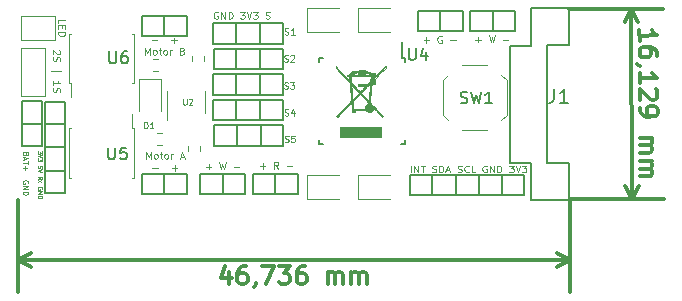
<source format=gbr>
%TF.GenerationSoftware,KiCad,Pcbnew,5.0.0*%
%TF.CreationDate,2018-09-25T19:59:15+02:00*%
%TF.ProjectId,mps_V05,6D70735F5630352E6B696361645F7063,rev?*%
%TF.SameCoordinates,Original*%
%TF.FileFunction,Legend,Top*%
%TF.FilePolarity,Positive*%
%FSLAX46Y46*%
G04 Gerber Fmt 4.6, Leading zero omitted, Abs format (unit mm)*
G04 Created by KiCad (PCBNEW 5.0.0) date Tue Sep 25 19:59:15 2018*
%MOMM*%
%LPD*%
G01*
G04 APERTURE LIST*
%ADD10C,0.100000*%
%ADD11C,0.112500*%
%ADD12C,0.070000*%
%ADD13C,0.300000*%
%ADD14C,0.120000*%
%ADD15C,0.150000*%
%ADD16C,0.010000*%
%ADD17C,0.125000*%
G04 APERTURE END LIST*
D10*
X156520171Y-138983609D02*
X156520171Y-138433609D01*
X156805885Y-138983609D02*
X156805885Y-138433609D01*
X157148742Y-138983609D01*
X157148742Y-138433609D01*
X157348742Y-138433609D02*
X157691600Y-138433609D01*
X157520171Y-138983609D02*
X157520171Y-138433609D01*
X158320171Y-138957419D02*
X158405885Y-138983609D01*
X158548742Y-138983609D01*
X158605885Y-138957419D01*
X158634457Y-138931228D01*
X158663028Y-138878847D01*
X158663028Y-138826466D01*
X158634457Y-138774085D01*
X158605885Y-138747895D01*
X158548742Y-138721704D01*
X158434457Y-138695514D01*
X158377314Y-138669323D01*
X158348742Y-138643133D01*
X158320171Y-138590752D01*
X158320171Y-138538371D01*
X158348742Y-138485990D01*
X158377314Y-138459800D01*
X158434457Y-138433609D01*
X158577314Y-138433609D01*
X158663028Y-138459800D01*
X158920171Y-138983609D02*
X158920171Y-138433609D01*
X159063028Y-138433609D01*
X159148742Y-138459800D01*
X159205885Y-138512180D01*
X159234457Y-138564561D01*
X159263028Y-138669323D01*
X159263028Y-138747895D01*
X159234457Y-138852657D01*
X159205885Y-138905038D01*
X159148742Y-138957419D01*
X159063028Y-138983609D01*
X158920171Y-138983609D01*
X159491600Y-138826466D02*
X159777314Y-138826466D01*
X159434457Y-138983609D02*
X159634457Y-138433609D01*
X159834457Y-138983609D01*
X160463028Y-138957419D02*
X160548742Y-138983609D01*
X160691600Y-138983609D01*
X160748742Y-138957419D01*
X160777314Y-138931228D01*
X160805885Y-138878847D01*
X160805885Y-138826466D01*
X160777314Y-138774085D01*
X160748742Y-138747895D01*
X160691600Y-138721704D01*
X160577314Y-138695514D01*
X160520171Y-138669323D01*
X160491600Y-138643133D01*
X160463028Y-138590752D01*
X160463028Y-138538371D01*
X160491600Y-138485990D01*
X160520171Y-138459800D01*
X160577314Y-138433609D01*
X160720171Y-138433609D01*
X160805885Y-138459800D01*
X161405885Y-138931228D02*
X161377314Y-138957419D01*
X161291600Y-138983609D01*
X161234457Y-138983609D01*
X161148742Y-138957419D01*
X161091600Y-138905038D01*
X161063028Y-138852657D01*
X161034457Y-138747895D01*
X161034457Y-138669323D01*
X161063028Y-138564561D01*
X161091600Y-138512180D01*
X161148742Y-138459800D01*
X161234457Y-138433609D01*
X161291600Y-138433609D01*
X161377314Y-138459800D01*
X161405885Y-138485990D01*
X161948742Y-138983609D02*
X161663028Y-138983609D01*
X161663028Y-138433609D01*
X162920171Y-138459800D02*
X162863028Y-138433609D01*
X162777314Y-138433609D01*
X162691600Y-138459800D01*
X162634457Y-138512180D01*
X162605885Y-138564561D01*
X162577314Y-138669323D01*
X162577314Y-138747895D01*
X162605885Y-138852657D01*
X162634457Y-138905038D01*
X162691600Y-138957419D01*
X162777314Y-138983609D01*
X162834457Y-138983609D01*
X162920171Y-138957419D01*
X162948742Y-138931228D01*
X162948742Y-138747895D01*
X162834457Y-138747895D01*
X163205885Y-138983609D02*
X163205885Y-138433609D01*
X163548742Y-138983609D01*
X163548742Y-138433609D01*
X163834457Y-138983609D02*
X163834457Y-138433609D01*
X163977314Y-138433609D01*
X164063028Y-138459800D01*
X164120171Y-138512180D01*
X164148742Y-138564561D01*
X164177314Y-138669323D01*
X164177314Y-138747895D01*
X164148742Y-138852657D01*
X164120171Y-138905038D01*
X164063028Y-138957419D01*
X163977314Y-138983609D01*
X163834457Y-138983609D01*
X164834457Y-138433609D02*
X165205885Y-138433609D01*
X165005885Y-138643133D01*
X165091600Y-138643133D01*
X165148742Y-138669323D01*
X165177314Y-138695514D01*
X165205885Y-138747895D01*
X165205885Y-138878847D01*
X165177314Y-138931228D01*
X165148742Y-138957419D01*
X165091600Y-138983609D01*
X164920171Y-138983609D01*
X164863028Y-138957419D01*
X164834457Y-138931228D01*
X165377314Y-138433609D02*
X165577314Y-138983609D01*
X165777314Y-138433609D01*
X165920171Y-138433609D02*
X166291600Y-138433609D01*
X166091600Y-138643133D01*
X166177314Y-138643133D01*
X166234457Y-138669323D01*
X166263028Y-138695514D01*
X166291600Y-138747895D01*
X166291600Y-138878847D01*
X166263028Y-138931228D01*
X166234457Y-138957419D01*
X166177314Y-138983609D01*
X166005885Y-138983609D01*
X165948742Y-138957419D01*
X165920171Y-138931228D01*
X157596057Y-127804857D02*
X158053200Y-127804857D01*
X157824628Y-128033428D02*
X157824628Y-127576285D01*
X159110342Y-127462000D02*
X159053200Y-127433428D01*
X158967485Y-127433428D01*
X158881771Y-127462000D01*
X158824628Y-127519142D01*
X158796057Y-127576285D01*
X158767485Y-127690571D01*
X158767485Y-127776285D01*
X158796057Y-127890571D01*
X158824628Y-127947714D01*
X158881771Y-128004857D01*
X158967485Y-128033428D01*
X159024628Y-128033428D01*
X159110342Y-128004857D01*
X159138914Y-127976285D01*
X159138914Y-127776285D01*
X159024628Y-127776285D01*
X159853200Y-127804857D02*
X160310342Y-127804857D01*
X161972800Y-127754057D02*
X162429942Y-127754057D01*
X162201371Y-127982628D02*
X162201371Y-127525485D01*
X163115657Y-127382628D02*
X163258514Y-127982628D01*
X163372800Y-127554057D01*
X163487085Y-127982628D01*
X163629942Y-127382628D01*
X164315657Y-127754057D02*
X164772800Y-127754057D01*
X143727657Y-138472857D02*
X144184800Y-138472857D01*
X143956228Y-138701428D02*
X143956228Y-138244285D01*
X145270514Y-138701428D02*
X145070514Y-138415714D01*
X144927657Y-138701428D02*
X144927657Y-138101428D01*
X145156228Y-138101428D01*
X145213371Y-138130000D01*
X145241942Y-138158571D01*
X145270514Y-138215714D01*
X145270514Y-138301428D01*
X145241942Y-138358571D01*
X145213371Y-138387142D01*
X145156228Y-138415714D01*
X144927657Y-138415714D01*
X145984800Y-138472857D02*
X146441942Y-138472857D01*
X139163600Y-138523657D02*
X139620742Y-138523657D01*
X139392171Y-138752228D02*
X139392171Y-138295085D01*
X140306457Y-138152228D02*
X140449314Y-138752228D01*
X140563600Y-138323657D01*
X140677885Y-138752228D01*
X140820742Y-138152228D01*
X141506457Y-138523657D02*
X141963600Y-138523657D01*
X145854472Y-136407259D02*
X145933043Y-136433449D01*
X146063996Y-136433449D01*
X146116377Y-136407259D01*
X146142567Y-136381068D01*
X146168758Y-136328687D01*
X146168758Y-136276306D01*
X146142567Y-136223925D01*
X146116377Y-136197735D01*
X146063996Y-136171544D01*
X145959234Y-136145354D01*
X145906853Y-136119163D01*
X145880662Y-136092973D01*
X145854472Y-136040592D01*
X145854472Y-135988211D01*
X145880662Y-135935830D01*
X145906853Y-135909640D01*
X145959234Y-135883449D01*
X146090186Y-135883449D01*
X146168758Y-135909640D01*
X146666377Y-135883449D02*
X146404472Y-135883449D01*
X146378281Y-136145354D01*
X146404472Y-136119163D01*
X146456853Y-136092973D01*
X146587805Y-136092973D01*
X146640186Y-136119163D01*
X146666377Y-136145354D01*
X146692567Y-136197735D01*
X146692567Y-136328687D01*
X146666377Y-136381068D01*
X146640186Y-136407259D01*
X146587805Y-136433449D01*
X146456853Y-136433449D01*
X146404472Y-136407259D01*
X146378281Y-136381068D01*
X145839232Y-134166979D02*
X145917803Y-134193169D01*
X146048756Y-134193169D01*
X146101137Y-134166979D01*
X146127327Y-134140788D01*
X146153518Y-134088407D01*
X146153518Y-134036026D01*
X146127327Y-133983645D01*
X146101137Y-133957455D01*
X146048756Y-133931264D01*
X145943994Y-133905074D01*
X145891613Y-133878883D01*
X145865422Y-133852693D01*
X145839232Y-133800312D01*
X145839232Y-133747931D01*
X145865422Y-133695550D01*
X145891613Y-133669360D01*
X145943994Y-133643169D01*
X146074946Y-133643169D01*
X146153518Y-133669360D01*
X146624946Y-133826502D02*
X146624946Y-134193169D01*
X146493994Y-133616979D02*
X146363041Y-134009836D01*
X146703518Y-134009836D01*
X145793512Y-131896219D02*
X145872083Y-131922409D01*
X146003036Y-131922409D01*
X146055417Y-131896219D01*
X146081607Y-131870028D01*
X146107798Y-131817647D01*
X146107798Y-131765266D01*
X146081607Y-131712885D01*
X146055417Y-131686695D01*
X146003036Y-131660504D01*
X145898274Y-131634314D01*
X145845893Y-131608123D01*
X145819702Y-131581933D01*
X145793512Y-131529552D01*
X145793512Y-131477171D01*
X145819702Y-131424790D01*
X145845893Y-131398600D01*
X145898274Y-131372409D01*
X146029226Y-131372409D01*
X146107798Y-131398600D01*
X146291131Y-131372409D02*
X146631607Y-131372409D01*
X146448274Y-131581933D01*
X146526845Y-131581933D01*
X146579226Y-131608123D01*
X146605417Y-131634314D01*
X146631607Y-131686695D01*
X146631607Y-131817647D01*
X146605417Y-131870028D01*
X146579226Y-131896219D01*
X146526845Y-131922409D01*
X146369702Y-131922409D01*
X146317321Y-131896219D01*
X146291131Y-131870028D01*
X145793512Y-129600059D02*
X145872083Y-129626249D01*
X146003036Y-129626249D01*
X146055417Y-129600059D01*
X146081607Y-129573868D01*
X146107798Y-129521487D01*
X146107798Y-129469106D01*
X146081607Y-129416725D01*
X146055417Y-129390535D01*
X146003036Y-129364344D01*
X145898274Y-129338154D01*
X145845893Y-129311963D01*
X145819702Y-129285773D01*
X145793512Y-129233392D01*
X145793512Y-129181011D01*
X145819702Y-129128630D01*
X145845893Y-129102440D01*
X145898274Y-129076249D01*
X146029226Y-129076249D01*
X146107798Y-129102440D01*
X146317321Y-129128630D02*
X146343512Y-129102440D01*
X146395893Y-129076249D01*
X146526845Y-129076249D01*
X146579226Y-129102440D01*
X146605417Y-129128630D01*
X146631607Y-129181011D01*
X146631607Y-129233392D01*
X146605417Y-129311963D01*
X146291131Y-129626249D01*
X146631607Y-129626249D01*
X145839232Y-127314059D02*
X145917803Y-127340249D01*
X146048756Y-127340249D01*
X146101137Y-127314059D01*
X146127327Y-127287868D01*
X146153518Y-127235487D01*
X146153518Y-127183106D01*
X146127327Y-127130725D01*
X146101137Y-127104535D01*
X146048756Y-127078344D01*
X145943994Y-127052154D01*
X145891613Y-127025963D01*
X145865422Y-126999773D01*
X145839232Y-126947392D01*
X145839232Y-126895011D01*
X145865422Y-126842630D01*
X145891613Y-126816440D01*
X145943994Y-126790249D01*
X146074946Y-126790249D01*
X146153518Y-126816440D01*
X146677327Y-127340249D02*
X146363041Y-127340249D01*
X146520184Y-127340249D02*
X146520184Y-126790249D01*
X146467803Y-126868820D01*
X146415422Y-126921201D01*
X146363041Y-126947392D01*
X140160628Y-125455000D02*
X140103485Y-125428809D01*
X140017771Y-125428809D01*
X139932057Y-125455000D01*
X139874914Y-125507380D01*
X139846342Y-125559761D01*
X139817771Y-125664523D01*
X139817771Y-125743095D01*
X139846342Y-125847857D01*
X139874914Y-125900238D01*
X139932057Y-125952619D01*
X140017771Y-125978809D01*
X140074914Y-125978809D01*
X140160628Y-125952619D01*
X140189200Y-125926428D01*
X140189200Y-125743095D01*
X140074914Y-125743095D01*
X140446342Y-125978809D02*
X140446342Y-125428809D01*
X140789200Y-125978809D01*
X140789200Y-125428809D01*
X141074914Y-125978809D02*
X141074914Y-125428809D01*
X141217771Y-125428809D01*
X141303485Y-125455000D01*
X141360628Y-125507380D01*
X141389200Y-125559761D01*
X141417771Y-125664523D01*
X141417771Y-125743095D01*
X141389200Y-125847857D01*
X141360628Y-125900238D01*
X141303485Y-125952619D01*
X141217771Y-125978809D01*
X141074914Y-125978809D01*
X142074914Y-125428809D02*
X142446342Y-125428809D01*
X142246342Y-125638333D01*
X142332057Y-125638333D01*
X142389200Y-125664523D01*
X142417771Y-125690714D01*
X142446342Y-125743095D01*
X142446342Y-125874047D01*
X142417771Y-125926428D01*
X142389200Y-125952619D01*
X142332057Y-125978809D01*
X142160628Y-125978809D01*
X142103485Y-125952619D01*
X142074914Y-125926428D01*
X142617771Y-125428809D02*
X142817771Y-125978809D01*
X143017771Y-125428809D01*
X143160628Y-125428809D02*
X143532057Y-125428809D01*
X143332057Y-125638333D01*
X143417771Y-125638333D01*
X143474914Y-125664523D01*
X143503485Y-125690714D01*
X143532057Y-125743095D01*
X143532057Y-125874047D01*
X143503485Y-125926428D01*
X143474914Y-125952619D01*
X143417771Y-125978809D01*
X143246342Y-125978809D01*
X143189200Y-125952619D01*
X143160628Y-125926428D01*
X144217771Y-125952619D02*
X144303485Y-125978809D01*
X144446342Y-125978809D01*
X144503485Y-125952619D01*
X144532057Y-125926428D01*
X144560628Y-125874047D01*
X144560628Y-125821666D01*
X144532057Y-125769285D01*
X144503485Y-125743095D01*
X144446342Y-125716904D01*
X144332057Y-125690714D01*
X144274914Y-125664523D01*
X144246342Y-125638333D01*
X144217771Y-125585952D01*
X144217771Y-125533571D01*
X144246342Y-125481190D01*
X144274914Y-125455000D01*
X144332057Y-125428809D01*
X144474914Y-125428809D01*
X144560628Y-125455000D01*
D11*
X123897782Y-137430794D02*
X123876354Y-137495080D01*
X123854925Y-137516508D01*
X123812068Y-137537937D01*
X123747782Y-137537937D01*
X123704925Y-137516508D01*
X123683497Y-137495080D01*
X123662068Y-137452222D01*
X123662068Y-137280794D01*
X124112068Y-137280794D01*
X124112068Y-137430794D01*
X124090640Y-137473651D01*
X124069211Y-137495080D01*
X124026354Y-137516508D01*
X123983497Y-137516508D01*
X123940640Y-137495080D01*
X123919211Y-137473651D01*
X123897782Y-137430794D01*
X123897782Y-137280794D01*
X123790640Y-137709365D02*
X123790640Y-137923651D01*
X123662068Y-137666508D02*
X124112068Y-137816508D01*
X123662068Y-137966508D01*
X124112068Y-138052222D02*
X124112068Y-138309365D01*
X123662068Y-138180794D02*
X124112068Y-138180794D01*
X123833497Y-138459365D02*
X123833497Y-138802222D01*
X123662068Y-138630794D02*
X124004925Y-138630794D01*
X124090640Y-139937937D02*
X124112068Y-139895080D01*
X124112068Y-139830794D01*
X124090640Y-139766508D01*
X124047782Y-139723651D01*
X124004925Y-139702222D01*
X123919211Y-139680794D01*
X123854925Y-139680794D01*
X123769211Y-139702222D01*
X123726354Y-139723651D01*
X123683497Y-139766508D01*
X123662068Y-139830794D01*
X123662068Y-139873651D01*
X123683497Y-139937937D01*
X123704925Y-139959365D01*
X123854925Y-139959365D01*
X123854925Y-139873651D01*
X123662068Y-140152222D02*
X124112068Y-140152222D01*
X123662068Y-140409365D01*
X124112068Y-140409365D01*
X123662068Y-140623651D02*
X124112068Y-140623651D01*
X124112068Y-140730794D01*
X124090640Y-140795080D01*
X124047782Y-140837937D01*
X124004925Y-140859365D01*
X123919211Y-140880794D01*
X123854925Y-140880794D01*
X123769211Y-140859365D01*
X123726354Y-140837937D01*
X123683497Y-140795080D01*
X123662068Y-140730794D01*
X123662068Y-140623651D01*
D12*
X125303887Y-137189460D02*
X125303887Y-137406126D01*
X125151506Y-137289460D01*
X125151506Y-137339460D01*
X125132459Y-137372793D01*
X125113411Y-137389460D01*
X125075316Y-137406126D01*
X124980078Y-137406126D01*
X124941982Y-137389460D01*
X124922935Y-137372793D01*
X124903887Y-137339460D01*
X124903887Y-137239460D01*
X124922935Y-137206126D01*
X124941982Y-137189460D01*
X125303887Y-137506126D02*
X124903887Y-137622793D01*
X125303887Y-137739460D01*
X125303887Y-137822793D02*
X125303887Y-138039460D01*
X125151506Y-137922793D01*
X125151506Y-137972793D01*
X125132459Y-138006126D01*
X125113411Y-138022793D01*
X125075316Y-138039460D01*
X124980078Y-138039460D01*
X124941982Y-138022793D01*
X124922935Y-138006126D01*
X124903887Y-137972793D01*
X124903887Y-137872793D01*
X124922935Y-137839460D01*
X124941982Y-137822793D01*
X125303887Y-138622793D02*
X125303887Y-138456126D01*
X125113411Y-138439460D01*
X125132459Y-138456126D01*
X125151506Y-138489460D01*
X125151506Y-138572793D01*
X125132459Y-138606126D01*
X125113411Y-138622793D01*
X125075316Y-138639460D01*
X124980078Y-138639460D01*
X124941982Y-138622793D01*
X124922935Y-138606126D01*
X124903887Y-138572793D01*
X124903887Y-138489460D01*
X124922935Y-138456126D01*
X124941982Y-138439460D01*
X125303887Y-138739460D02*
X124903887Y-138856126D01*
X125303887Y-138972793D01*
X124903887Y-139556126D02*
X125094363Y-139439460D01*
X124903887Y-139356126D02*
X125303887Y-139356126D01*
X125303887Y-139489460D01*
X125284840Y-139522793D01*
X125265792Y-139539460D01*
X125227697Y-139556126D01*
X125170554Y-139556126D01*
X125132459Y-139539460D01*
X125113411Y-139522793D01*
X125094363Y-139489460D01*
X125094363Y-139356126D01*
X124903887Y-139672793D02*
X125170554Y-139856126D01*
X125170554Y-139672793D02*
X124903887Y-139856126D01*
X125284840Y-140439460D02*
X125303887Y-140406126D01*
X125303887Y-140356126D01*
X125284840Y-140306126D01*
X125246744Y-140272793D01*
X125208649Y-140256126D01*
X125132459Y-140239460D01*
X125075316Y-140239460D01*
X124999125Y-140256126D01*
X124961030Y-140272793D01*
X124922935Y-140306126D01*
X124903887Y-140356126D01*
X124903887Y-140389460D01*
X124922935Y-140439460D01*
X124941982Y-140456126D01*
X125075316Y-140456126D01*
X125075316Y-140389460D01*
X124903887Y-140606126D02*
X125303887Y-140606126D01*
X124903887Y-140806126D01*
X125303887Y-140806126D01*
X124903887Y-140972793D02*
X125303887Y-140972793D01*
X125303887Y-141056126D01*
X125284840Y-141106126D01*
X125246744Y-141139460D01*
X125208649Y-141156126D01*
X125132459Y-141172793D01*
X125075316Y-141172793D01*
X124999125Y-141156126D01*
X124961030Y-141139460D01*
X124922935Y-141106126D01*
X124903887Y-141056126D01*
X124903887Y-140972793D01*
D10*
X126665071Y-126360285D02*
X126665071Y-126074571D01*
X127265071Y-126074571D01*
X126979357Y-126560285D02*
X126979357Y-126760285D01*
X126665071Y-126846000D02*
X126665071Y-126560285D01*
X127265071Y-126560285D01*
X127265071Y-126846000D01*
X126665071Y-127103142D02*
X127265071Y-127103142D01*
X127265071Y-127246000D01*
X127236500Y-127331714D01*
X127179357Y-127388857D01*
X127122214Y-127417428D01*
X127007928Y-127446000D01*
X126922214Y-127446000D01*
X126807928Y-127417428D01*
X126750785Y-127388857D01*
X126693642Y-127331714D01*
X126665071Y-127246000D01*
X126665071Y-127103142D01*
X126763428Y-128657571D02*
X126792000Y-128686142D01*
X126820571Y-128743285D01*
X126820571Y-128886142D01*
X126792000Y-128943285D01*
X126763428Y-128971857D01*
X126706285Y-129000428D01*
X126649142Y-129000428D01*
X126563428Y-128971857D01*
X126220571Y-128629000D01*
X126220571Y-129000428D01*
X126249142Y-129229000D02*
X126220571Y-129314714D01*
X126220571Y-129457571D01*
X126249142Y-129514714D01*
X126277714Y-129543285D01*
X126334857Y-129571857D01*
X126392000Y-129571857D01*
X126449142Y-129543285D01*
X126477714Y-129514714D01*
X126506285Y-129457571D01*
X126534857Y-129343285D01*
X126563428Y-129286142D01*
X126592000Y-129257571D01*
X126649142Y-129229000D01*
X126706285Y-129229000D01*
X126763428Y-129257571D01*
X126792000Y-129286142D01*
X126820571Y-129343285D01*
X126820571Y-129486142D01*
X126792000Y-129571857D01*
X126020571Y-130429000D02*
X126877714Y-130429000D01*
X126220571Y-131629000D02*
X126220571Y-131286142D01*
X126220571Y-131457571D02*
X126820571Y-131457571D01*
X126734857Y-131400428D01*
X126677714Y-131343285D01*
X126649142Y-131286142D01*
X126249142Y-131857571D02*
X126220571Y-131943285D01*
X126220571Y-132086142D01*
X126249142Y-132143285D01*
X126277714Y-132171857D01*
X126334857Y-132200428D01*
X126392000Y-132200428D01*
X126449142Y-132171857D01*
X126477714Y-132143285D01*
X126506285Y-132086142D01*
X126534857Y-131971857D01*
X126563428Y-131914714D01*
X126592000Y-131886142D01*
X126649142Y-131857571D01*
X126706285Y-131857571D01*
X126763428Y-131886142D01*
X126792000Y-131914714D01*
X126820571Y-131971857D01*
X126820571Y-132114714D01*
X126792000Y-132200428D01*
X134578857Y-127812857D02*
X135036000Y-127812857D01*
X136236000Y-127812857D02*
X136693142Y-127812857D01*
X136464571Y-128041428D02*
X136464571Y-127584285D01*
X134007428Y-129041428D02*
X134007428Y-128441428D01*
X134207428Y-128870000D01*
X134407428Y-128441428D01*
X134407428Y-129041428D01*
X134778857Y-129041428D02*
X134721714Y-129012857D01*
X134693142Y-128984285D01*
X134664571Y-128927142D01*
X134664571Y-128755714D01*
X134693142Y-128698571D01*
X134721714Y-128670000D01*
X134778857Y-128641428D01*
X134864571Y-128641428D01*
X134921714Y-128670000D01*
X134950285Y-128698571D01*
X134978857Y-128755714D01*
X134978857Y-128927142D01*
X134950285Y-128984285D01*
X134921714Y-129012857D01*
X134864571Y-129041428D01*
X134778857Y-129041428D01*
X135150285Y-128641428D02*
X135378857Y-128641428D01*
X135236000Y-128441428D02*
X135236000Y-128955714D01*
X135264571Y-129012857D01*
X135321714Y-129041428D01*
X135378857Y-129041428D01*
X135664571Y-129041428D02*
X135607428Y-129012857D01*
X135578857Y-128984285D01*
X135550285Y-128927142D01*
X135550285Y-128755714D01*
X135578857Y-128698571D01*
X135607428Y-128670000D01*
X135664571Y-128641428D01*
X135750285Y-128641428D01*
X135807428Y-128670000D01*
X135836000Y-128698571D01*
X135864571Y-128755714D01*
X135864571Y-128927142D01*
X135836000Y-128984285D01*
X135807428Y-129012857D01*
X135750285Y-129041428D01*
X135664571Y-129041428D01*
X136121714Y-129041428D02*
X136121714Y-128641428D01*
X136121714Y-128755714D02*
X136150285Y-128698571D01*
X136178857Y-128670000D01*
X136236000Y-128641428D01*
X136293142Y-128641428D01*
X137150285Y-128727142D02*
X137236000Y-128755714D01*
X137264571Y-128784285D01*
X137293142Y-128841428D01*
X137293142Y-128927142D01*
X137264571Y-128984285D01*
X137236000Y-129012857D01*
X137178857Y-129041428D01*
X136950285Y-129041428D01*
X136950285Y-128441428D01*
X137150285Y-128441428D01*
X137207428Y-128470000D01*
X137236000Y-128498571D01*
X137264571Y-128555714D01*
X137264571Y-128612857D01*
X137236000Y-128670000D01*
X137207428Y-128698571D01*
X137150285Y-128727142D01*
X136950285Y-128727142D01*
X134101085Y-137845828D02*
X134101085Y-137245828D01*
X134301085Y-137674400D01*
X134501085Y-137245828D01*
X134501085Y-137845828D01*
X134872514Y-137845828D02*
X134815371Y-137817257D01*
X134786800Y-137788685D01*
X134758228Y-137731542D01*
X134758228Y-137560114D01*
X134786800Y-137502971D01*
X134815371Y-137474400D01*
X134872514Y-137445828D01*
X134958228Y-137445828D01*
X135015371Y-137474400D01*
X135043942Y-137502971D01*
X135072514Y-137560114D01*
X135072514Y-137731542D01*
X135043942Y-137788685D01*
X135015371Y-137817257D01*
X134958228Y-137845828D01*
X134872514Y-137845828D01*
X135243942Y-137445828D02*
X135472514Y-137445828D01*
X135329657Y-137245828D02*
X135329657Y-137760114D01*
X135358228Y-137817257D01*
X135415371Y-137845828D01*
X135472514Y-137845828D01*
X135758228Y-137845828D02*
X135701085Y-137817257D01*
X135672514Y-137788685D01*
X135643942Y-137731542D01*
X135643942Y-137560114D01*
X135672514Y-137502971D01*
X135701085Y-137474400D01*
X135758228Y-137445828D01*
X135843942Y-137445828D01*
X135901085Y-137474400D01*
X135929657Y-137502971D01*
X135958228Y-137560114D01*
X135958228Y-137731542D01*
X135929657Y-137788685D01*
X135901085Y-137817257D01*
X135843942Y-137845828D01*
X135758228Y-137845828D01*
X136215371Y-137845828D02*
X136215371Y-137445828D01*
X136215371Y-137560114D02*
X136243942Y-137502971D01*
X136272514Y-137474400D01*
X136329657Y-137445828D01*
X136386800Y-137445828D01*
X137015371Y-137674400D02*
X137301085Y-137674400D01*
X136958228Y-137845828D02*
X137158228Y-137245828D01*
X137358228Y-137845828D01*
X134629657Y-138617257D02*
X135086800Y-138617257D01*
X136286800Y-138617257D02*
X136743942Y-138617257D01*
X136515371Y-138845828D02*
X136515371Y-138388685D01*
D13*
X175875249Y-127842518D02*
X175871875Y-126985381D01*
X175873562Y-127413950D02*
X177373550Y-127408044D01*
X177158704Y-127266032D01*
X177015286Y-127123738D01*
X176943295Y-126981163D01*
X177380300Y-129122317D02*
X177379175Y-128836604D01*
X177307184Y-128694030D01*
X177235475Y-128622883D01*
X177020629Y-128480870D01*
X176734635Y-128410567D01*
X176163211Y-128412817D01*
X176020636Y-128484807D01*
X175949490Y-128556517D01*
X175878624Y-128699654D01*
X175879749Y-128985366D01*
X175951739Y-129127941D01*
X176023448Y-129199088D01*
X176166586Y-129269953D01*
X176523726Y-129268547D01*
X176666301Y-129196557D01*
X176737447Y-129124847D01*
X176808313Y-128981710D01*
X176807188Y-128695998D01*
X176735198Y-128553423D01*
X176663488Y-128482277D01*
X176520351Y-128411411D01*
X175955114Y-129985077D02*
X175883686Y-129985358D01*
X175740549Y-129914493D01*
X175668839Y-129843346D01*
X175889310Y-131413919D02*
X175885935Y-130556782D01*
X175887623Y-130985350D02*
X177387611Y-130979445D01*
X177172765Y-130837433D01*
X177029346Y-130695139D01*
X176957356Y-130552564D01*
X177248692Y-131980000D02*
X177320401Y-132051146D01*
X177392392Y-132193721D01*
X177393798Y-132550861D01*
X177322932Y-132693999D01*
X177251785Y-132765708D01*
X177109211Y-132837698D01*
X176966355Y-132838261D01*
X176751789Y-132767676D01*
X175891279Y-131913915D01*
X175894934Y-132842479D01*
X175897746Y-133556759D02*
X175898871Y-133842471D01*
X175970862Y-133985046D01*
X176042571Y-134056193D01*
X176257417Y-134198205D01*
X176543411Y-134268508D01*
X177114835Y-134266259D01*
X177257410Y-134194268D01*
X177328556Y-134122559D01*
X177399422Y-133979422D01*
X177398297Y-133693710D01*
X177326307Y-133551135D01*
X177254598Y-133479988D01*
X177111460Y-133409122D01*
X176754320Y-133410529D01*
X176611745Y-133482519D01*
X176540599Y-133554228D01*
X176469733Y-133697365D01*
X176470858Y-133983078D01*
X176542848Y-134125652D01*
X176614557Y-134196799D01*
X176757695Y-134267665D01*
X175907589Y-136056740D02*
X176907581Y-136052803D01*
X176764725Y-136053365D02*
X176836434Y-136124512D01*
X176908425Y-136267087D01*
X176909268Y-136481371D01*
X176838403Y-136624508D01*
X176695828Y-136696499D01*
X175910120Y-136699592D01*
X176695828Y-136696499D02*
X176838965Y-136767364D01*
X176910956Y-136909939D01*
X176911799Y-137124223D01*
X176840934Y-137267360D01*
X176698359Y-137339351D01*
X175912651Y-137342444D01*
X175915463Y-138056724D02*
X176915455Y-138052787D01*
X176772599Y-138053350D02*
X176844308Y-138124496D01*
X176916299Y-138267071D01*
X176917142Y-138481355D01*
X176846277Y-138624493D01*
X176703702Y-138696483D01*
X175917994Y-138699576D01*
X176703702Y-138696483D02*
X176846839Y-138767349D01*
X176918830Y-138909923D01*
X176919673Y-139124208D01*
X176848808Y-139267345D01*
X176706233Y-139339335D01*
X175920525Y-139342429D01*
X175256668Y-141266763D02*
X175193168Y-125137763D01*
X169989500Y-141287500D02*
X177956647Y-141256133D01*
X169926000Y-125158500D02*
X177893147Y-125127133D01*
X175193168Y-125137763D02*
X175784019Y-126261949D01*
X175193168Y-125137763D02*
X174611187Y-126266567D01*
X175256668Y-141266763D02*
X175838649Y-140137959D01*
X175256668Y-141266763D02*
X174665817Y-140142577D01*
X141121500Y-147459571D02*
X141121500Y-148459571D01*
X140764357Y-146888142D02*
X140407214Y-147959571D01*
X141335785Y-147959571D01*
X142550071Y-146959571D02*
X142264357Y-146959571D01*
X142121500Y-147031000D01*
X142050071Y-147102428D01*
X141907214Y-147316714D01*
X141835785Y-147602428D01*
X141835785Y-148173857D01*
X141907214Y-148316714D01*
X141978642Y-148388142D01*
X142121500Y-148459571D01*
X142407214Y-148459571D01*
X142550071Y-148388142D01*
X142621500Y-148316714D01*
X142692928Y-148173857D01*
X142692928Y-147816714D01*
X142621500Y-147673857D01*
X142550071Y-147602428D01*
X142407214Y-147531000D01*
X142121500Y-147531000D01*
X141978642Y-147602428D01*
X141907214Y-147673857D01*
X141835785Y-147816714D01*
X143407214Y-148388142D02*
X143407214Y-148459571D01*
X143335785Y-148602428D01*
X143264357Y-148673857D01*
X143907214Y-146959571D02*
X144907214Y-146959571D01*
X144264357Y-148459571D01*
X145335785Y-146959571D02*
X146264357Y-146959571D01*
X145764357Y-147531000D01*
X145978642Y-147531000D01*
X146121500Y-147602428D01*
X146192928Y-147673857D01*
X146264357Y-147816714D01*
X146264357Y-148173857D01*
X146192928Y-148316714D01*
X146121500Y-148388142D01*
X145978642Y-148459571D01*
X145550071Y-148459571D01*
X145407214Y-148388142D01*
X145335785Y-148316714D01*
X147550071Y-146959571D02*
X147264357Y-146959571D01*
X147121500Y-147031000D01*
X147050071Y-147102428D01*
X146907214Y-147316714D01*
X146835785Y-147602428D01*
X146835785Y-148173857D01*
X146907214Y-148316714D01*
X146978642Y-148388142D01*
X147121500Y-148459571D01*
X147407214Y-148459571D01*
X147550071Y-148388142D01*
X147621500Y-148316714D01*
X147692928Y-148173857D01*
X147692928Y-147816714D01*
X147621500Y-147673857D01*
X147550071Y-147602428D01*
X147407214Y-147531000D01*
X147121500Y-147531000D01*
X146978642Y-147602428D01*
X146907214Y-147673857D01*
X146835785Y-147816714D01*
X149478642Y-148459571D02*
X149478642Y-147459571D01*
X149478642Y-147602428D02*
X149550071Y-147531000D01*
X149692928Y-147459571D01*
X149907214Y-147459571D01*
X150050071Y-147531000D01*
X150121500Y-147673857D01*
X150121500Y-148459571D01*
X150121500Y-147673857D02*
X150192928Y-147531000D01*
X150335785Y-147459571D01*
X150550071Y-147459571D01*
X150692928Y-147531000D01*
X150764357Y-147673857D01*
X150764357Y-148459571D01*
X151478642Y-148459571D02*
X151478642Y-147459571D01*
X151478642Y-147602428D02*
X151550071Y-147531000D01*
X151692928Y-147459571D01*
X151907214Y-147459571D01*
X152050071Y-147531000D01*
X152121500Y-147673857D01*
X152121500Y-148459571D01*
X152121500Y-147673857D02*
X152192928Y-147531000D01*
X152335785Y-147459571D01*
X152550071Y-147459571D01*
X152692928Y-147531000D01*
X152764357Y-147673857D01*
X152764357Y-148459571D01*
X169989500Y-146431000D02*
X123253500Y-146431000D01*
X169989500Y-141351000D02*
X169989500Y-149131000D01*
X123253500Y-141351000D02*
X123253500Y-149131000D01*
X123253500Y-146431000D02*
X124380004Y-145844579D01*
X123253500Y-146431000D02*
X124380004Y-147017421D01*
X169989500Y-146431000D02*
X168862996Y-145844579D01*
X169989500Y-146431000D02*
X168862996Y-147017421D01*
D14*
X123511000Y-128455000D02*
X125511000Y-128455000D01*
X123511000Y-132555000D02*
X123511000Y-128455000D01*
X125511000Y-132555000D02*
X123511000Y-132555000D01*
X125511000Y-128455000D02*
X125511000Y-132555000D01*
D15*
X164897000Y-138238000D02*
X164897000Y-128338000D01*
X168047000Y-138238000D02*
X168047000Y-128188000D01*
X168047000Y-138238000D02*
X169922000Y-138238000D01*
X168047000Y-128188000D02*
X169922000Y-128188000D01*
X169922000Y-138238000D02*
X169922000Y-141338000D01*
X169922000Y-128188000D02*
X169922000Y-125088000D01*
X169922000Y-141338000D02*
X166672000Y-141338000D01*
X169922000Y-125088000D02*
X166672000Y-125088000D01*
X166672000Y-141338000D02*
X166672000Y-138238000D01*
X166672000Y-125088000D02*
X166672000Y-128218000D01*
X166672000Y-138238000D02*
X164897000Y-138238000D01*
X166672000Y-128268000D02*
X164897000Y-128268000D01*
D14*
X139042000Y-129117000D02*
X139042000Y-129557000D01*
X138022000Y-129117000D02*
X138022000Y-129557000D01*
X135094000Y-130406000D02*
X134654000Y-130406000D01*
X135094000Y-129386000D02*
X134654000Y-129386000D01*
X154746000Y-125101000D02*
X152046000Y-125101000D01*
X152046000Y-125101000D02*
X152046000Y-127121000D01*
X152046000Y-127121000D02*
X154746000Y-127121000D01*
X154746000Y-139249000D02*
X152046000Y-139249000D01*
X152046000Y-139249000D02*
X152046000Y-141269000D01*
X152046000Y-141269000D02*
X154746000Y-141269000D01*
X150403000Y-139249000D02*
X147703000Y-139249000D01*
X147703000Y-139249000D02*
X147703000Y-141269000D01*
X147703000Y-141269000D02*
X150403000Y-141269000D01*
X150403000Y-125101000D02*
X147703000Y-125101000D01*
X147703000Y-125101000D02*
X147703000Y-127121000D01*
X147703000Y-127121000D02*
X150403000Y-127121000D01*
X126343000Y-125797000D02*
X126343000Y-127797000D01*
X123543000Y-125797000D02*
X126343000Y-125797000D01*
X123543000Y-127797000D02*
X123543000Y-125797000D01*
X126343000Y-127797000D02*
X123543000Y-127797000D01*
X138686000Y-136748000D02*
X138686000Y-137188000D01*
X137666000Y-136748000D02*
X137666000Y-137188000D01*
X135010000Y-135685000D02*
X135450000Y-135685000D01*
X135010000Y-136705000D02*
X135450000Y-136705000D01*
X133057000Y-139447000D02*
X133057000Y-135247000D01*
X127597000Y-139447000D02*
X127597000Y-135247000D01*
X127767000Y-139447000D02*
X127597000Y-139447000D01*
X127757000Y-135247000D02*
X127587000Y-135247000D01*
X133057000Y-139447000D02*
X132887000Y-139447000D01*
X133057000Y-135247000D02*
X132887000Y-135247000D01*
X132887000Y-135247000D02*
X132887000Y-134057000D01*
X127572000Y-127262000D02*
X127572000Y-131462000D01*
X133032000Y-127262000D02*
X133032000Y-131462000D01*
X132862000Y-127262000D02*
X133032000Y-127262000D01*
X132872000Y-131462000D02*
X133042000Y-131462000D01*
X127572000Y-127262000D02*
X127742000Y-127262000D01*
X127572000Y-131462000D02*
X127742000Y-131462000D01*
X127742000Y-131462000D02*
X127742000Y-132652000D01*
X160885000Y-129944000D02*
X162965000Y-129944000D01*
X164645000Y-134114000D02*
X164155000Y-134604000D01*
X160885000Y-135384000D02*
X162965000Y-135384000D01*
X164645000Y-131214000D02*
X164155000Y-130724000D01*
X164645000Y-131214000D02*
X164645000Y-134114000D01*
X159205000Y-131214000D02*
X159695000Y-130724000D01*
X159205000Y-131214000D02*
X159205000Y-134114000D01*
X159205000Y-134114000D02*
X159695000Y-134604000D01*
D15*
X156025000Y-129344000D02*
X155800000Y-129344000D01*
X156025000Y-136594000D02*
X155700000Y-136594000D01*
X148775000Y-136594000D02*
X149100000Y-136594000D01*
X148775000Y-129344000D02*
X149100000Y-129344000D01*
X156025000Y-129344000D02*
X156025000Y-129669000D01*
X148775000Y-129344000D02*
X148775000Y-129669000D01*
X148775000Y-136594000D02*
X148775000Y-136269000D01*
X156025000Y-136594000D02*
X156025000Y-136269000D01*
X155800000Y-129344000D02*
X155800000Y-127919000D01*
X125304000Y-132969000D02*
X125304000Y-136769000D01*
X123604000Y-136779000D02*
X125304000Y-136779000D01*
X123610000Y-132969000D02*
X123610000Y-136769000D01*
X125304000Y-132969000D02*
X123604000Y-132969000D01*
X125260000Y-134874000D02*
X123610000Y-134874000D01*
X123610000Y-134874000D02*
X125260000Y-134874000D01*
X160909000Y-127049000D02*
X157109000Y-127049000D01*
X157099000Y-125349000D02*
X157099000Y-127049000D01*
X160909000Y-125355000D02*
X157109000Y-125355000D01*
X160909000Y-127049000D02*
X160909000Y-125349000D01*
X159004000Y-127005000D02*
X159004000Y-125355000D01*
X159004000Y-125355000D02*
X159004000Y-127005000D01*
X145034000Y-139104000D02*
X145034000Y-140754000D01*
X145034000Y-140754000D02*
X145034000Y-139104000D01*
X146939000Y-140798000D02*
X146939000Y-139098000D01*
X146939000Y-139104000D02*
X143139000Y-139104000D01*
X143129000Y-139098000D02*
X143129000Y-140798000D01*
X146939000Y-140798000D02*
X143139000Y-140798000D01*
X158915000Y-140931000D02*
X156465000Y-140931000D01*
X156840000Y-140931000D02*
X156790000Y-140931000D01*
X156465000Y-140931000D02*
X156465000Y-139231000D01*
X156465000Y-139231000D02*
X158690000Y-139231000D01*
X161090000Y-140931000D02*
X158590000Y-140931000D01*
X158340000Y-140931000D02*
X158340000Y-139231000D01*
X158590000Y-139231000D02*
X160440000Y-139231000D01*
X160440000Y-139231000D02*
X160390000Y-139231000D01*
X162640000Y-140931000D02*
X160440000Y-140931000D01*
X160440000Y-140931000D02*
X160390000Y-140931000D01*
X160315000Y-140931000D02*
X160315000Y-139231000D01*
X159690000Y-139231000D02*
X162665000Y-139231000D01*
X164240000Y-140931000D02*
X164240000Y-139281000D01*
X166115000Y-139231000D02*
X162565000Y-139231000D01*
X162265000Y-139231000D02*
X162265000Y-140931000D01*
X162515000Y-140931000D02*
X166115000Y-140931000D01*
X166115000Y-140931000D02*
X166115000Y-139231000D01*
X142494000Y-140798000D02*
X138694000Y-140798000D01*
X138684000Y-139098000D02*
X138684000Y-140798000D01*
X142494000Y-139104000D02*
X138694000Y-139104000D01*
X142494000Y-140798000D02*
X142494000Y-139098000D01*
X140589000Y-140754000D02*
X140589000Y-139104000D01*
X140589000Y-139104000D02*
X140589000Y-140754000D01*
X163449000Y-125355000D02*
X163449000Y-127005000D01*
X163449000Y-127005000D02*
X163449000Y-125355000D01*
X165354000Y-127049000D02*
X165354000Y-125349000D01*
X165354000Y-125355000D02*
X161554000Y-125355000D01*
X161544000Y-125349000D02*
X161544000Y-127049000D01*
X165354000Y-127049000D02*
X161554000Y-127049000D01*
X143448000Y-126379000D02*
X145648000Y-126379000D01*
X145648000Y-126379000D02*
X145648000Y-128079000D01*
X141721000Y-126399000D02*
X141721000Y-128049000D01*
X143753000Y-128098000D02*
X143753000Y-126398000D01*
X144598000Y-126379000D02*
X139798000Y-126379000D01*
X139798000Y-126398000D02*
X139798000Y-128098000D01*
X144598000Y-128104000D02*
X139798000Y-128104000D01*
X143448000Y-128104000D02*
X145648000Y-128104000D01*
X143455000Y-128538000D02*
X145655000Y-128538000D01*
X145655000Y-128538000D02*
X145655000Y-130238000D01*
X141728000Y-128558000D02*
X141728000Y-130208000D01*
X143760000Y-130257000D02*
X143760000Y-128557000D01*
X144605000Y-128538000D02*
X139805000Y-128538000D01*
X139805000Y-128557000D02*
X139805000Y-130257000D01*
X144605000Y-130263000D02*
X139805000Y-130263000D01*
X143455000Y-130263000D02*
X145655000Y-130263000D01*
X143448000Y-132422000D02*
X145648000Y-132422000D01*
X144598000Y-132422000D02*
X139798000Y-132422000D01*
X139798000Y-130716000D02*
X139798000Y-132416000D01*
X144598000Y-130697000D02*
X139798000Y-130697000D01*
X143753000Y-132416000D02*
X143753000Y-130716000D01*
X141721000Y-130717000D02*
X141721000Y-132367000D01*
X145648000Y-130697000D02*
X145648000Y-132397000D01*
X143448000Y-130697000D02*
X145648000Y-130697000D01*
X143448000Y-132856000D02*
X145648000Y-132856000D01*
X145648000Y-132856000D02*
X145648000Y-134556000D01*
X141721000Y-132876000D02*
X141721000Y-134526000D01*
X143753000Y-134575000D02*
X143753000Y-132875000D01*
X144598000Y-132856000D02*
X139798000Y-132856000D01*
X139798000Y-132875000D02*
X139798000Y-134575000D01*
X144598000Y-134581000D02*
X139798000Y-134581000D01*
X143448000Y-134581000D02*
X145648000Y-134581000D01*
X143491000Y-136740000D02*
X145691000Y-136740000D01*
X144641000Y-136740000D02*
X139841000Y-136740000D01*
X139841000Y-135034000D02*
X139841000Y-136734000D01*
X144641000Y-135015000D02*
X139841000Y-135015000D01*
X143796000Y-136734000D02*
X143796000Y-135034000D01*
X141764000Y-135035000D02*
X141764000Y-136685000D01*
X145691000Y-135015000D02*
X145691000Y-136715000D01*
X143491000Y-135015000D02*
X145691000Y-135015000D01*
X127215000Y-138240000D02*
X127215000Y-140740000D01*
X127215000Y-140740000D02*
X125515000Y-140740000D01*
X125515000Y-140740000D02*
X125515000Y-138890000D01*
X127215000Y-136340000D02*
X127215000Y-138540000D01*
X127215000Y-138540000D02*
X127215000Y-138590000D01*
X127215000Y-138865000D02*
X125515000Y-138865000D01*
X125515000Y-140315000D02*
X125515000Y-136365000D01*
X125565000Y-134890000D02*
X127215000Y-134890000D01*
X125515000Y-133040000D02*
X125515000Y-136590000D01*
X125515000Y-136865000D02*
X127215000Y-136865000D01*
X127215000Y-136640000D02*
X127215000Y-133040000D01*
X127215000Y-133040000D02*
X125515000Y-133040000D01*
X135636000Y-139104000D02*
X135636000Y-140754000D01*
X135636000Y-140754000D02*
X135636000Y-139104000D01*
X137541000Y-140798000D02*
X137541000Y-139098000D01*
X137541000Y-139104000D02*
X133741000Y-139104000D01*
X133731000Y-139098000D02*
X133731000Y-140798000D01*
X137541000Y-140798000D02*
X133741000Y-140798000D01*
X135636000Y-125769000D02*
X135636000Y-127419000D01*
X135636000Y-127419000D02*
X135636000Y-125769000D01*
X137541000Y-127463000D02*
X137541000Y-125763000D01*
X137541000Y-125769000D02*
X133741000Y-125769000D01*
X133731000Y-125763000D02*
X133731000Y-127463000D01*
X137541000Y-127463000D02*
X133741000Y-127463000D01*
D14*
X135377000Y-133791000D02*
X135377000Y-131106000D01*
X135377000Y-131106000D02*
X133457000Y-131106000D01*
X133457000Y-131106000D02*
X133457000Y-133791000D01*
X139126000Y-133945000D02*
X139126000Y-132145000D01*
X135906000Y-132145000D02*
X135906000Y-134595000D01*
D16*
G36*
X154372030Y-130059248D02*
X154371411Y-130146331D01*
X153919686Y-130605291D01*
X153467961Y-131064252D01*
X153467632Y-131274871D01*
X153467303Y-131485489D01*
X153192210Y-131485489D01*
X153185122Y-131538930D01*
X153182438Y-131563288D01*
X153177913Y-131609159D01*
X153171791Y-131673805D01*
X153164312Y-131754491D01*
X153155719Y-131848481D01*
X153146254Y-131953037D01*
X153136158Y-132065425D01*
X153125674Y-132182907D01*
X153115044Y-132302748D01*
X153104509Y-132422211D01*
X153094313Y-132538559D01*
X153084695Y-132649057D01*
X153075900Y-132750969D01*
X153068168Y-132841558D01*
X153061742Y-132918087D01*
X153056863Y-132977821D01*
X153053775Y-133018024D01*
X153052717Y-133035959D01*
X153052718Y-133036044D01*
X153060427Y-133050435D01*
X153083581Y-133080148D01*
X153122495Y-133125531D01*
X153177484Y-133186929D01*
X153248864Y-133264688D01*
X153336949Y-133359154D01*
X153442054Y-133470672D01*
X153564495Y-133599588D01*
X153598910Y-133635687D01*
X154144737Y-134207816D01*
X154056481Y-134295836D01*
X153985085Y-134218158D01*
X153958966Y-134190086D01*
X153918166Y-134146674D01*
X153865377Y-134090766D01*
X153803291Y-134025208D01*
X153734600Y-133952841D01*
X153661996Y-133876512D01*
X153618560Y-133830924D01*
X153537016Y-133745519D01*
X153471104Y-133677110D01*
X153419144Y-133624453D01*
X153379455Y-133586305D01*
X153350357Y-133561420D01*
X153330169Y-133548556D01*
X153317210Y-133546468D01*
X153309800Y-133553913D01*
X153306258Y-133569646D01*
X153304903Y-133592423D01*
X153304721Y-133598639D01*
X153295303Y-133641461D01*
X153272097Y-133693219D01*
X153239736Y-133745728D01*
X153202852Y-133790803D01*
X153188093Y-133804728D01*
X153112367Y-133853447D01*
X153023908Y-133880706D01*
X152945700Y-133887173D01*
X152857068Y-133874976D01*
X152775212Y-133839213D01*
X152702764Y-133781122D01*
X152689397Y-133766662D01*
X152640518Y-133711133D01*
X151794926Y-133711133D01*
X151794926Y-133887173D01*
X151568590Y-133887173D01*
X151568590Y-133804931D01*
X151565750Y-133748786D01*
X151556207Y-133709816D01*
X151544609Y-133688619D01*
X151536323Y-133673452D01*
X151529227Y-133651462D01*
X151522852Y-133619387D01*
X151516728Y-133573969D01*
X151510384Y-133511948D01*
X151503350Y-133430062D01*
X151498534Y-133369146D01*
X151476439Y-133083743D01*
X150934035Y-133633205D01*
X150835963Y-133732628D01*
X150741816Y-133828215D01*
X150653315Y-133918210D01*
X150572180Y-134000857D01*
X150500131Y-134074401D01*
X150438888Y-134137084D01*
X150390173Y-134187152D01*
X150355704Y-134222848D01*
X150337221Y-134242395D01*
X150306857Y-134273344D01*
X150281529Y-134294930D01*
X150267905Y-134302123D01*
X150250505Y-134293697D01*
X150225140Y-134272645D01*
X150216542Y-134264071D01*
X150180086Y-134226020D01*
X150380798Y-134022058D01*
X150432004Y-133970099D01*
X150498031Y-133903220D01*
X150575982Y-133824350D01*
X150662962Y-133736414D01*
X150756074Y-133642341D01*
X150852421Y-133545058D01*
X150949108Y-133447493D01*
X151018466Y-133377545D01*
X151123897Y-133270950D01*
X151212471Y-133180707D01*
X151285319Y-133105592D01*
X151343577Y-133044386D01*
X151388375Y-132995866D01*
X151410579Y-132970529D01*
X151588876Y-132970529D01*
X151611199Y-133255955D01*
X151617931Y-133339619D01*
X151624443Y-133416127D01*
X151630366Y-133481481D01*
X151635332Y-133531681D01*
X151638971Y-133562729D01*
X151640142Y-133569673D01*
X151646762Y-133597965D01*
X152596236Y-133597965D01*
X152602574Y-133519006D01*
X152621710Y-133425715D01*
X152661754Y-133343191D01*
X152720182Y-133274438D01*
X152794471Y-133222463D01*
X152877852Y-133191263D01*
X152904902Y-133176628D01*
X152918444Y-133145219D01*
X152918728Y-133143834D01*
X152920353Y-133130574D01*
X152918344Y-133116995D01*
X152910742Y-133100581D01*
X152895584Y-133078811D01*
X152870912Y-133049167D01*
X152834764Y-133009132D01*
X152785180Y-132956185D01*
X152720199Y-132887809D01*
X152716001Y-132883405D01*
X152646107Y-132810011D01*
X152571800Y-132731837D01*
X152498186Y-132654264D01*
X152430371Y-132582675D01*
X152373460Y-132522451D01*
X152360768Y-132508987D01*
X152312113Y-132458220D01*
X152268891Y-132414775D01*
X152234205Y-132381641D01*
X152211156Y-132361805D01*
X152203418Y-132357446D01*
X152191878Y-132366570D01*
X152164890Y-132391600D01*
X152124579Y-132430452D01*
X152073071Y-132481043D01*
X152012491Y-132541288D01*
X151944964Y-132609104D01*
X151889774Y-132664965D01*
X151588876Y-132970529D01*
X151410579Y-132970529D01*
X151420849Y-132958811D01*
X151442129Y-132931999D01*
X151453349Y-132914208D01*
X151455846Y-132905970D01*
X151454900Y-132887990D01*
X151452027Y-132847292D01*
X151447413Y-132786219D01*
X151441242Y-132707113D01*
X151433702Y-132612314D01*
X151424979Y-132504167D01*
X151415257Y-132385012D01*
X151404724Y-132257191D01*
X151396235Y-132155035D01*
X151348204Y-131579074D01*
X151471795Y-131579074D01*
X151472327Y-131591504D01*
X151474831Y-131626510D01*
X151479104Y-131681615D01*
X151484947Y-131754343D01*
X151492157Y-131842214D01*
X151500534Y-131942751D01*
X151509877Y-132053477D01*
X151518842Y-132158605D01*
X151528998Y-132277883D01*
X151538458Y-132390480D01*
X151547004Y-132493705D01*
X151554421Y-132584873D01*
X151560492Y-132661295D01*
X151564999Y-132720283D01*
X151567727Y-132759149D01*
X151568484Y-132774244D01*
X151569665Y-132783638D01*
X151574344Y-132787366D01*
X151584324Y-132783871D01*
X151601410Y-132771599D01*
X151627404Y-132748994D01*
X151664110Y-132714500D01*
X151713333Y-132666562D01*
X151776874Y-132603624D01*
X151844295Y-132536368D01*
X152119999Y-132260877D01*
X152118067Y-132258806D01*
X152300310Y-132258806D01*
X152308616Y-132270180D01*
X152331867Y-132296963D01*
X152367735Y-132336692D01*
X152413887Y-132386907D01*
X152467994Y-132445146D01*
X152527726Y-132508947D01*
X152590752Y-132575849D01*
X152654742Y-132643390D01*
X152717364Y-132709110D01*
X152776290Y-132770546D01*
X152829188Y-132825237D01*
X152873728Y-132870722D01*
X152907580Y-132904538D01*
X152928412Y-132924226D01*
X152934094Y-132928237D01*
X152935966Y-132915291D01*
X152939854Y-132879534D01*
X152945543Y-132823204D01*
X152952819Y-132748540D01*
X152961469Y-132657780D01*
X152971278Y-132553162D01*
X152982034Y-132436926D01*
X152993521Y-132311308D01*
X153002693Y-132210018D01*
X153014426Y-132078679D01*
X153025265Y-131954952D01*
X153035030Y-131841081D01*
X153043537Y-131739311D01*
X153050605Y-131651887D01*
X153056051Y-131581053D01*
X153059692Y-131529053D01*
X153061347Y-131498132D01*
X153061158Y-131490103D01*
X153051266Y-131497254D01*
X153026076Y-131520241D01*
X152987790Y-131556839D01*
X152938611Y-131604822D01*
X152880739Y-131661966D01*
X152816378Y-131726047D01*
X152747729Y-131794838D01*
X152676995Y-131866116D01*
X152606378Y-131937655D01*
X152538080Y-132007230D01*
X152474304Y-132072617D01*
X152417250Y-132131591D01*
X152369122Y-132181927D01*
X152332122Y-132221399D01*
X152308452Y-132247783D01*
X152300310Y-132258806D01*
X152118067Y-132258806D01*
X152017191Y-132150695D01*
X151964832Y-132094777D01*
X151906065Y-132032348D01*
X151843215Y-131965843D01*
X151778605Y-131897698D01*
X151714558Y-131830348D01*
X151653397Y-131766228D01*
X151597447Y-131707772D01*
X151549030Y-131657418D01*
X151510470Y-131617598D01*
X151484091Y-131590750D01*
X151472216Y-131579308D01*
X151471795Y-131579074D01*
X151348204Y-131579074D01*
X151336199Y-131435126D01*
X150735662Y-130803558D01*
X150135125Y-130171989D01*
X150135566Y-130083715D01*
X150136008Y-129995440D01*
X150233017Y-130099066D01*
X150287309Y-130156863D01*
X150351408Y-130224768D01*
X150423584Y-130300972D01*
X150502108Y-130383669D01*
X150585251Y-130471053D01*
X150671281Y-130561315D01*
X150758470Y-130652650D01*
X150845087Y-130743249D01*
X150929403Y-130831307D01*
X151009688Y-130915015D01*
X151084213Y-130992567D01*
X151151246Y-131062157D01*
X151209059Y-131121976D01*
X151255921Y-131170218D01*
X151290104Y-131205076D01*
X151309876Y-131224743D01*
X151314210Y-131228516D01*
X151314508Y-131215392D01*
X151312869Y-131181789D01*
X151309577Y-131132280D01*
X151304918Y-131071437D01*
X151302918Y-131047132D01*
X151288023Y-130869351D01*
X151404645Y-130869351D01*
X151410666Y-130897643D01*
X151413737Y-130920018D01*
X151418052Y-130962117D01*
X151423112Y-131018578D01*
X151428419Y-131084035D01*
X151430256Y-131108262D01*
X151435673Y-131177821D01*
X151441141Y-131242418D01*
X151446112Y-131295948D01*
X151450039Y-131332310D01*
X151450925Y-131338909D01*
X151454266Y-131352456D01*
X151461499Y-131368314D01*
X151474160Y-131388261D01*
X151493789Y-131414073D01*
X151521922Y-131447529D01*
X151560098Y-131490407D01*
X151609854Y-131544483D01*
X151672729Y-131611536D01*
X151750259Y-131693343D01*
X151829349Y-131776350D01*
X151908036Y-131858494D01*
X151981488Y-131934569D01*
X152047876Y-132002725D01*
X152105373Y-132061112D01*
X152152149Y-132107881D01*
X152186376Y-132141182D01*
X152206227Y-132159167D01*
X152210460Y-132161842D01*
X152221597Y-132152141D01*
X152247629Y-132126841D01*
X152286030Y-132088482D01*
X152334272Y-132039600D01*
X152389830Y-131982734D01*
X152430008Y-131941306D01*
X152639769Y-131724400D01*
X152021263Y-131724400D01*
X152021263Y-131485489D01*
X152775719Y-131485489D01*
X152775719Y-131591942D01*
X152914035Y-131454054D01*
X153012153Y-131356240D01*
X153203243Y-131356240D01*
X153205071Y-131371670D01*
X153214323Y-131380267D01*
X153236650Y-131384013D01*
X153277705Y-131384889D01*
X153284976Y-131384895D01*
X153366709Y-131384895D01*
X153366709Y-131165572D01*
X153284976Y-131246579D01*
X153238870Y-131295828D01*
X153211294Y-131333559D01*
X153203243Y-131356240D01*
X153012153Y-131356240D01*
X153052352Y-131316166D01*
X153052352Y-131193352D01*
X153052737Y-131136850D01*
X153054500Y-131100905D01*
X153058550Y-131080930D01*
X153065799Y-131072337D01*
X153076730Y-131070539D01*
X153088888Y-131067898D01*
X153097873Y-131057312D01*
X153104774Y-131034781D01*
X153110676Y-130996309D01*
X153116665Y-130937898D01*
X153118587Y-130916504D01*
X153122748Y-130869351D01*
X151404645Y-130869351D01*
X151288023Y-130869351D01*
X151128491Y-130869351D01*
X151128491Y-130756182D01*
X151196286Y-130756182D01*
X151235938Y-130755096D01*
X151257484Y-130749854D01*
X151260120Y-130746734D01*
X151398984Y-130746734D01*
X151406292Y-130753862D01*
X151431607Y-130756062D01*
X151448692Y-130756182D01*
X151505719Y-130756182D01*
X151718379Y-130756182D01*
X153132902Y-130756182D01*
X153085058Y-130707186D01*
X153010750Y-130646724D01*
X152918784Y-130600091D01*
X152807602Y-130566649D01*
X152697129Y-130548153D01*
X152624827Y-130539522D01*
X152624827Y-130630440D01*
X152046412Y-130630440D01*
X152046412Y-130527293D01*
X151961535Y-130535896D01*
X151902232Y-130543156D01*
X151839049Y-130552779D01*
X151801214Y-130559652D01*
X151725768Y-130574807D01*
X151722074Y-130665495D01*
X151718379Y-130756182D01*
X151505719Y-130756182D01*
X151505719Y-130705885D01*
X151504056Y-130674376D01*
X151499903Y-130656863D01*
X151498229Y-130655588D01*
X151479613Y-130663654D01*
X151452417Y-130683220D01*
X151425152Y-130707344D01*
X151406333Y-130729082D01*
X151404657Y-130731908D01*
X151398984Y-130746734D01*
X151260120Y-130746734D01*
X151267938Y-130737481D01*
X151272158Y-130724004D01*
X151289381Y-130689027D01*
X151322462Y-130646979D01*
X151365707Y-130603756D01*
X151413426Y-130565254D01*
X151444770Y-130545201D01*
X151480477Y-130523251D01*
X151498781Y-130504811D01*
X151505212Y-130483068D01*
X151505706Y-130470118D01*
X151505706Y-130466975D01*
X152147006Y-130466975D01*
X152147006Y-130529846D01*
X152524233Y-130529846D01*
X152524233Y-130466975D01*
X152147006Y-130466975D01*
X151505706Y-130466975D01*
X151505719Y-130429252D01*
X151611552Y-130429252D01*
X151660245Y-130430429D01*
X151698195Y-130433565D01*
X151719292Y-130438071D01*
X151721577Y-130439895D01*
X151734959Y-130442695D01*
X151767526Y-130441548D01*
X151813684Y-130436793D01*
X151845224Y-130432403D01*
X151902412Y-130423778D01*
X151954714Y-130415991D01*
X151994018Y-130410247D01*
X152005545Y-130408615D01*
X152035663Y-130399288D01*
X152046412Y-130384672D01*
X152049680Y-130378720D01*
X152061370Y-130374178D01*
X152084312Y-130370870D01*
X152121335Y-130368615D01*
X152175268Y-130367234D01*
X152248940Y-130366550D01*
X152335620Y-130366380D01*
X152428129Y-130366477D01*
X152498506Y-130366930D01*
X152549764Y-130367990D01*
X152584920Y-130369903D01*
X152606989Y-130372919D01*
X152618985Y-130377285D01*
X152623924Y-130383249D01*
X152624827Y-130390184D01*
X152632521Y-130412195D01*
X152657721Y-130424721D01*
X152703609Y-130429188D01*
X152711864Y-130429252D01*
X152789573Y-130437268D01*
X152877833Y-130459336D01*
X152968685Y-130492484D01*
X153054170Y-130533739D01*
X153126326Y-130580131D01*
X153135672Y-130587482D01*
X153166133Y-130611398D01*
X153184172Y-130620976D01*
X153196769Y-130617880D01*
X153209700Y-130605104D01*
X153247893Y-130580078D01*
X153297598Y-130570471D01*
X153351124Y-130575467D01*
X153400778Y-130594251D01*
X153438867Y-130626006D01*
X153441625Y-130629697D01*
X153470126Y-130688975D01*
X153475428Y-130750334D01*
X153458118Y-130808827D01*
X153418780Y-130859504D01*
X153413970Y-130863689D01*
X153386040Y-130883567D01*
X153357702Y-130892321D01*
X153317863Y-130892953D01*
X153307911Y-130892392D01*
X153268932Y-130890962D01*
X153248854Y-130894239D01*
X153241585Y-130904128D01*
X153240840Y-130913361D01*
X153239316Y-130940144D01*
X153235535Y-130980425D01*
X153232818Y-131004524D01*
X153228877Y-131042801D01*
X153230516Y-131062396D01*
X153240021Y-131069558D01*
X153256951Y-131070539D01*
X153266992Y-131067301D01*
X153283190Y-131056820D01*
X153306745Y-131037948D01*
X153338857Y-131009535D01*
X153380728Y-130970435D01*
X153433557Y-130919497D01*
X153498545Y-130855573D01*
X153576891Y-130777514D01*
X153669797Y-130684172D01*
X153778463Y-130574398D01*
X153830831Y-130521352D01*
X154372649Y-129972167D01*
X154372030Y-130059248D01*
X154372030Y-130059248D01*
G37*
X154372030Y-130059248D02*
X154371411Y-130146331D01*
X153919686Y-130605291D01*
X153467961Y-131064252D01*
X153467632Y-131274871D01*
X153467303Y-131485489D01*
X153192210Y-131485489D01*
X153185122Y-131538930D01*
X153182438Y-131563288D01*
X153177913Y-131609159D01*
X153171791Y-131673805D01*
X153164312Y-131754491D01*
X153155719Y-131848481D01*
X153146254Y-131953037D01*
X153136158Y-132065425D01*
X153125674Y-132182907D01*
X153115044Y-132302748D01*
X153104509Y-132422211D01*
X153094313Y-132538559D01*
X153084695Y-132649057D01*
X153075900Y-132750969D01*
X153068168Y-132841558D01*
X153061742Y-132918087D01*
X153056863Y-132977821D01*
X153053775Y-133018024D01*
X153052717Y-133035959D01*
X153052718Y-133036044D01*
X153060427Y-133050435D01*
X153083581Y-133080148D01*
X153122495Y-133125531D01*
X153177484Y-133186929D01*
X153248864Y-133264688D01*
X153336949Y-133359154D01*
X153442054Y-133470672D01*
X153564495Y-133599588D01*
X153598910Y-133635687D01*
X154144737Y-134207816D01*
X154056481Y-134295836D01*
X153985085Y-134218158D01*
X153958966Y-134190086D01*
X153918166Y-134146674D01*
X153865377Y-134090766D01*
X153803291Y-134025208D01*
X153734600Y-133952841D01*
X153661996Y-133876512D01*
X153618560Y-133830924D01*
X153537016Y-133745519D01*
X153471104Y-133677110D01*
X153419144Y-133624453D01*
X153379455Y-133586305D01*
X153350357Y-133561420D01*
X153330169Y-133548556D01*
X153317210Y-133546468D01*
X153309800Y-133553913D01*
X153306258Y-133569646D01*
X153304903Y-133592423D01*
X153304721Y-133598639D01*
X153295303Y-133641461D01*
X153272097Y-133693219D01*
X153239736Y-133745728D01*
X153202852Y-133790803D01*
X153188093Y-133804728D01*
X153112367Y-133853447D01*
X153023908Y-133880706D01*
X152945700Y-133887173D01*
X152857068Y-133874976D01*
X152775212Y-133839213D01*
X152702764Y-133781122D01*
X152689397Y-133766662D01*
X152640518Y-133711133D01*
X151794926Y-133711133D01*
X151794926Y-133887173D01*
X151568590Y-133887173D01*
X151568590Y-133804931D01*
X151565750Y-133748786D01*
X151556207Y-133709816D01*
X151544609Y-133688619D01*
X151536323Y-133673452D01*
X151529227Y-133651462D01*
X151522852Y-133619387D01*
X151516728Y-133573969D01*
X151510384Y-133511948D01*
X151503350Y-133430062D01*
X151498534Y-133369146D01*
X151476439Y-133083743D01*
X150934035Y-133633205D01*
X150835963Y-133732628D01*
X150741816Y-133828215D01*
X150653315Y-133918210D01*
X150572180Y-134000857D01*
X150500131Y-134074401D01*
X150438888Y-134137084D01*
X150390173Y-134187152D01*
X150355704Y-134222848D01*
X150337221Y-134242395D01*
X150306857Y-134273344D01*
X150281529Y-134294930D01*
X150267905Y-134302123D01*
X150250505Y-134293697D01*
X150225140Y-134272645D01*
X150216542Y-134264071D01*
X150180086Y-134226020D01*
X150380798Y-134022058D01*
X150432004Y-133970099D01*
X150498031Y-133903220D01*
X150575982Y-133824350D01*
X150662962Y-133736414D01*
X150756074Y-133642341D01*
X150852421Y-133545058D01*
X150949108Y-133447493D01*
X151018466Y-133377545D01*
X151123897Y-133270950D01*
X151212471Y-133180707D01*
X151285319Y-133105592D01*
X151343577Y-133044386D01*
X151388375Y-132995866D01*
X151410579Y-132970529D01*
X151588876Y-132970529D01*
X151611199Y-133255955D01*
X151617931Y-133339619D01*
X151624443Y-133416127D01*
X151630366Y-133481481D01*
X151635332Y-133531681D01*
X151638971Y-133562729D01*
X151640142Y-133569673D01*
X151646762Y-133597965D01*
X152596236Y-133597965D01*
X152602574Y-133519006D01*
X152621710Y-133425715D01*
X152661754Y-133343191D01*
X152720182Y-133274438D01*
X152794471Y-133222463D01*
X152877852Y-133191263D01*
X152904902Y-133176628D01*
X152918444Y-133145219D01*
X152918728Y-133143834D01*
X152920353Y-133130574D01*
X152918344Y-133116995D01*
X152910742Y-133100581D01*
X152895584Y-133078811D01*
X152870912Y-133049167D01*
X152834764Y-133009132D01*
X152785180Y-132956185D01*
X152720199Y-132887809D01*
X152716001Y-132883405D01*
X152646107Y-132810011D01*
X152571800Y-132731837D01*
X152498186Y-132654264D01*
X152430371Y-132582675D01*
X152373460Y-132522451D01*
X152360768Y-132508987D01*
X152312113Y-132458220D01*
X152268891Y-132414775D01*
X152234205Y-132381641D01*
X152211156Y-132361805D01*
X152203418Y-132357446D01*
X152191878Y-132366570D01*
X152164890Y-132391600D01*
X152124579Y-132430452D01*
X152073071Y-132481043D01*
X152012491Y-132541288D01*
X151944964Y-132609104D01*
X151889774Y-132664965D01*
X151588876Y-132970529D01*
X151410579Y-132970529D01*
X151420849Y-132958811D01*
X151442129Y-132931999D01*
X151453349Y-132914208D01*
X151455846Y-132905970D01*
X151454900Y-132887990D01*
X151452027Y-132847292D01*
X151447413Y-132786219D01*
X151441242Y-132707113D01*
X151433702Y-132612314D01*
X151424979Y-132504167D01*
X151415257Y-132385012D01*
X151404724Y-132257191D01*
X151396235Y-132155035D01*
X151348204Y-131579074D01*
X151471795Y-131579074D01*
X151472327Y-131591504D01*
X151474831Y-131626510D01*
X151479104Y-131681615D01*
X151484947Y-131754343D01*
X151492157Y-131842214D01*
X151500534Y-131942751D01*
X151509877Y-132053477D01*
X151518842Y-132158605D01*
X151528998Y-132277883D01*
X151538458Y-132390480D01*
X151547004Y-132493705D01*
X151554421Y-132584873D01*
X151560492Y-132661295D01*
X151564999Y-132720283D01*
X151567727Y-132759149D01*
X151568484Y-132774244D01*
X151569665Y-132783638D01*
X151574344Y-132787366D01*
X151584324Y-132783871D01*
X151601410Y-132771599D01*
X151627404Y-132748994D01*
X151664110Y-132714500D01*
X151713333Y-132666562D01*
X151776874Y-132603624D01*
X151844295Y-132536368D01*
X152119999Y-132260877D01*
X152118067Y-132258806D01*
X152300310Y-132258806D01*
X152308616Y-132270180D01*
X152331867Y-132296963D01*
X152367735Y-132336692D01*
X152413887Y-132386907D01*
X152467994Y-132445146D01*
X152527726Y-132508947D01*
X152590752Y-132575849D01*
X152654742Y-132643390D01*
X152717364Y-132709110D01*
X152776290Y-132770546D01*
X152829188Y-132825237D01*
X152873728Y-132870722D01*
X152907580Y-132904538D01*
X152928412Y-132924226D01*
X152934094Y-132928237D01*
X152935966Y-132915291D01*
X152939854Y-132879534D01*
X152945543Y-132823204D01*
X152952819Y-132748540D01*
X152961469Y-132657780D01*
X152971278Y-132553162D01*
X152982034Y-132436926D01*
X152993521Y-132311308D01*
X153002693Y-132210018D01*
X153014426Y-132078679D01*
X153025265Y-131954952D01*
X153035030Y-131841081D01*
X153043537Y-131739311D01*
X153050605Y-131651887D01*
X153056051Y-131581053D01*
X153059692Y-131529053D01*
X153061347Y-131498132D01*
X153061158Y-131490103D01*
X153051266Y-131497254D01*
X153026076Y-131520241D01*
X152987790Y-131556839D01*
X152938611Y-131604822D01*
X152880739Y-131661966D01*
X152816378Y-131726047D01*
X152747729Y-131794838D01*
X152676995Y-131866116D01*
X152606378Y-131937655D01*
X152538080Y-132007230D01*
X152474304Y-132072617D01*
X152417250Y-132131591D01*
X152369122Y-132181927D01*
X152332122Y-132221399D01*
X152308452Y-132247783D01*
X152300310Y-132258806D01*
X152118067Y-132258806D01*
X152017191Y-132150695D01*
X151964832Y-132094777D01*
X151906065Y-132032348D01*
X151843215Y-131965843D01*
X151778605Y-131897698D01*
X151714558Y-131830348D01*
X151653397Y-131766228D01*
X151597447Y-131707772D01*
X151549030Y-131657418D01*
X151510470Y-131617598D01*
X151484091Y-131590750D01*
X151472216Y-131579308D01*
X151471795Y-131579074D01*
X151348204Y-131579074D01*
X151336199Y-131435126D01*
X150735662Y-130803558D01*
X150135125Y-130171989D01*
X150135566Y-130083715D01*
X150136008Y-129995440D01*
X150233017Y-130099066D01*
X150287309Y-130156863D01*
X150351408Y-130224768D01*
X150423584Y-130300972D01*
X150502108Y-130383669D01*
X150585251Y-130471053D01*
X150671281Y-130561315D01*
X150758470Y-130652650D01*
X150845087Y-130743249D01*
X150929403Y-130831307D01*
X151009688Y-130915015D01*
X151084213Y-130992567D01*
X151151246Y-131062157D01*
X151209059Y-131121976D01*
X151255921Y-131170218D01*
X151290104Y-131205076D01*
X151309876Y-131224743D01*
X151314210Y-131228516D01*
X151314508Y-131215392D01*
X151312869Y-131181789D01*
X151309577Y-131132280D01*
X151304918Y-131071437D01*
X151302918Y-131047132D01*
X151288023Y-130869351D01*
X151404645Y-130869351D01*
X151410666Y-130897643D01*
X151413737Y-130920018D01*
X151418052Y-130962117D01*
X151423112Y-131018578D01*
X151428419Y-131084035D01*
X151430256Y-131108262D01*
X151435673Y-131177821D01*
X151441141Y-131242418D01*
X151446112Y-131295948D01*
X151450039Y-131332310D01*
X151450925Y-131338909D01*
X151454266Y-131352456D01*
X151461499Y-131368314D01*
X151474160Y-131388261D01*
X151493789Y-131414073D01*
X151521922Y-131447529D01*
X151560098Y-131490407D01*
X151609854Y-131544483D01*
X151672729Y-131611536D01*
X151750259Y-131693343D01*
X151829349Y-131776350D01*
X151908036Y-131858494D01*
X151981488Y-131934569D01*
X152047876Y-132002725D01*
X152105373Y-132061112D01*
X152152149Y-132107881D01*
X152186376Y-132141182D01*
X152206227Y-132159167D01*
X152210460Y-132161842D01*
X152221597Y-132152141D01*
X152247629Y-132126841D01*
X152286030Y-132088482D01*
X152334272Y-132039600D01*
X152389830Y-131982734D01*
X152430008Y-131941306D01*
X152639769Y-131724400D01*
X152021263Y-131724400D01*
X152021263Y-131485489D01*
X152775719Y-131485489D01*
X152775719Y-131591942D01*
X152914035Y-131454054D01*
X153012153Y-131356240D01*
X153203243Y-131356240D01*
X153205071Y-131371670D01*
X153214323Y-131380267D01*
X153236650Y-131384013D01*
X153277705Y-131384889D01*
X153284976Y-131384895D01*
X153366709Y-131384895D01*
X153366709Y-131165572D01*
X153284976Y-131246579D01*
X153238870Y-131295828D01*
X153211294Y-131333559D01*
X153203243Y-131356240D01*
X153012153Y-131356240D01*
X153052352Y-131316166D01*
X153052352Y-131193352D01*
X153052737Y-131136850D01*
X153054500Y-131100905D01*
X153058550Y-131080930D01*
X153065799Y-131072337D01*
X153076730Y-131070539D01*
X153088888Y-131067898D01*
X153097873Y-131057312D01*
X153104774Y-131034781D01*
X153110676Y-130996309D01*
X153116665Y-130937898D01*
X153118587Y-130916504D01*
X153122748Y-130869351D01*
X151404645Y-130869351D01*
X151288023Y-130869351D01*
X151128491Y-130869351D01*
X151128491Y-130756182D01*
X151196286Y-130756182D01*
X151235938Y-130755096D01*
X151257484Y-130749854D01*
X151260120Y-130746734D01*
X151398984Y-130746734D01*
X151406292Y-130753862D01*
X151431607Y-130756062D01*
X151448692Y-130756182D01*
X151505719Y-130756182D01*
X151718379Y-130756182D01*
X153132902Y-130756182D01*
X153085058Y-130707186D01*
X153010750Y-130646724D01*
X152918784Y-130600091D01*
X152807602Y-130566649D01*
X152697129Y-130548153D01*
X152624827Y-130539522D01*
X152624827Y-130630440D01*
X152046412Y-130630440D01*
X152046412Y-130527293D01*
X151961535Y-130535896D01*
X151902232Y-130543156D01*
X151839049Y-130552779D01*
X151801214Y-130559652D01*
X151725768Y-130574807D01*
X151722074Y-130665495D01*
X151718379Y-130756182D01*
X151505719Y-130756182D01*
X151505719Y-130705885D01*
X151504056Y-130674376D01*
X151499903Y-130656863D01*
X151498229Y-130655588D01*
X151479613Y-130663654D01*
X151452417Y-130683220D01*
X151425152Y-130707344D01*
X151406333Y-130729082D01*
X151404657Y-130731908D01*
X151398984Y-130746734D01*
X151260120Y-130746734D01*
X151267938Y-130737481D01*
X151272158Y-130724004D01*
X151289381Y-130689027D01*
X151322462Y-130646979D01*
X151365707Y-130603756D01*
X151413426Y-130565254D01*
X151444770Y-130545201D01*
X151480477Y-130523251D01*
X151498781Y-130504811D01*
X151505212Y-130483068D01*
X151505706Y-130470118D01*
X151505706Y-130466975D01*
X152147006Y-130466975D01*
X152147006Y-130529846D01*
X152524233Y-130529846D01*
X152524233Y-130466975D01*
X152147006Y-130466975D01*
X151505706Y-130466975D01*
X151505719Y-130429252D01*
X151611552Y-130429252D01*
X151660245Y-130430429D01*
X151698195Y-130433565D01*
X151719292Y-130438071D01*
X151721577Y-130439895D01*
X151734959Y-130442695D01*
X151767526Y-130441548D01*
X151813684Y-130436793D01*
X151845224Y-130432403D01*
X151902412Y-130423778D01*
X151954714Y-130415991D01*
X151994018Y-130410247D01*
X152005545Y-130408615D01*
X152035663Y-130399288D01*
X152046412Y-130384672D01*
X152049680Y-130378720D01*
X152061370Y-130374178D01*
X152084312Y-130370870D01*
X152121335Y-130368615D01*
X152175268Y-130367234D01*
X152248940Y-130366550D01*
X152335620Y-130366380D01*
X152428129Y-130366477D01*
X152498506Y-130366930D01*
X152549764Y-130367990D01*
X152584920Y-130369903D01*
X152606989Y-130372919D01*
X152618985Y-130377285D01*
X152623924Y-130383249D01*
X152624827Y-130390184D01*
X152632521Y-130412195D01*
X152657721Y-130424721D01*
X152703609Y-130429188D01*
X152711864Y-130429252D01*
X152789573Y-130437268D01*
X152877833Y-130459336D01*
X152968685Y-130492484D01*
X153054170Y-130533739D01*
X153126326Y-130580131D01*
X153135672Y-130587482D01*
X153166133Y-130611398D01*
X153184172Y-130620976D01*
X153196769Y-130617880D01*
X153209700Y-130605104D01*
X153247893Y-130580078D01*
X153297598Y-130570471D01*
X153351124Y-130575467D01*
X153400778Y-130594251D01*
X153438867Y-130626006D01*
X153441625Y-130629697D01*
X153470126Y-130688975D01*
X153475428Y-130750334D01*
X153458118Y-130808827D01*
X153418780Y-130859504D01*
X153413970Y-130863689D01*
X153386040Y-130883567D01*
X153357702Y-130892321D01*
X153317863Y-130892953D01*
X153307911Y-130892392D01*
X153268932Y-130890962D01*
X153248854Y-130894239D01*
X153241585Y-130904128D01*
X153240840Y-130913361D01*
X153239316Y-130940144D01*
X153235535Y-130980425D01*
X153232818Y-131004524D01*
X153228877Y-131042801D01*
X153230516Y-131062396D01*
X153240021Y-131069558D01*
X153256951Y-131070539D01*
X153266992Y-131067301D01*
X153283190Y-131056820D01*
X153306745Y-131037948D01*
X153338857Y-131009535D01*
X153380728Y-130970435D01*
X153433557Y-130919497D01*
X153498545Y-130855573D01*
X153576891Y-130777514D01*
X153669797Y-130684172D01*
X153778463Y-130574398D01*
X153830831Y-130521352D01*
X154372649Y-129972167D01*
X154372030Y-130059248D01*
G36*
X153995422Y-136012222D02*
X150474629Y-136012222D01*
X150474629Y-135144598D01*
X153995422Y-135144598D01*
X153995422Y-136012222D01*
X153995422Y-136012222D01*
G37*
X153995422Y-136012222D02*
X150474629Y-136012222D01*
X150474629Y-135144598D01*
X153995422Y-135144598D01*
X153995422Y-136012222D01*
D15*
X168642080Y-131930857D02*
X168642080Y-132788000D01*
X168584937Y-132959428D01*
X168470651Y-133073714D01*
X168299222Y-133130857D01*
X168184937Y-133130857D01*
X169842080Y-133130857D02*
X169156365Y-133130857D01*
X169499222Y-133130857D02*
X169499222Y-131930857D01*
X169384937Y-132102285D01*
X169270651Y-132216571D01*
X169156365Y-132273714D01*
X130885495Y-136900780D02*
X130885495Y-137710304D01*
X130933114Y-137805542D01*
X130980733Y-137853161D01*
X131075971Y-137900780D01*
X131266447Y-137900780D01*
X131361685Y-137853161D01*
X131409304Y-137805542D01*
X131456923Y-137710304D01*
X131456923Y-136900780D01*
X132409304Y-136900780D02*
X131933114Y-136900780D01*
X131885495Y-137376971D01*
X131933114Y-137329352D01*
X132028352Y-137281733D01*
X132266447Y-137281733D01*
X132361685Y-137329352D01*
X132409304Y-137376971D01*
X132456923Y-137472209D01*
X132456923Y-137710304D01*
X132409304Y-137805542D01*
X132361685Y-137853161D01*
X132266447Y-137900780D01*
X132028352Y-137900780D01*
X131933114Y-137853161D01*
X131885495Y-137805542D01*
X130987495Y-128763380D02*
X130987495Y-129572904D01*
X131035114Y-129668142D01*
X131082733Y-129715761D01*
X131177971Y-129763380D01*
X131368447Y-129763380D01*
X131463685Y-129715761D01*
X131511304Y-129668142D01*
X131558923Y-129572904D01*
X131558923Y-128763380D01*
X132463685Y-128763380D02*
X132273209Y-128763380D01*
X132177971Y-128811000D01*
X132130352Y-128858619D01*
X132035114Y-129001476D01*
X131987495Y-129191952D01*
X131987495Y-129572904D01*
X132035114Y-129668142D01*
X132082733Y-129715761D01*
X132177971Y-129763380D01*
X132368447Y-129763380D01*
X132463685Y-129715761D01*
X132511304Y-129668142D01*
X132558923Y-129572904D01*
X132558923Y-129334809D01*
X132511304Y-129239571D01*
X132463685Y-129191952D01*
X132368447Y-129144333D01*
X132177971Y-129144333D01*
X132082733Y-129191952D01*
X132035114Y-129239571D01*
X131987495Y-129334809D01*
X160718666Y-133119761D02*
X160861523Y-133167380D01*
X161099619Y-133167380D01*
X161194857Y-133119761D01*
X161242476Y-133072142D01*
X161290095Y-132976904D01*
X161290095Y-132881666D01*
X161242476Y-132786428D01*
X161194857Y-132738809D01*
X161099619Y-132691190D01*
X160909142Y-132643571D01*
X160813904Y-132595952D01*
X160766285Y-132548333D01*
X160718666Y-132453095D01*
X160718666Y-132357857D01*
X160766285Y-132262619D01*
X160813904Y-132215000D01*
X160909142Y-132167380D01*
X161147238Y-132167380D01*
X161290095Y-132215000D01*
X161623428Y-132167380D02*
X161861523Y-133167380D01*
X162052000Y-132453095D01*
X162242476Y-133167380D01*
X162480571Y-132167380D01*
X163385333Y-133167380D02*
X162813904Y-133167380D01*
X163099619Y-133167380D02*
X163099619Y-132167380D01*
X163004380Y-132310238D01*
X162909142Y-132405476D01*
X162813904Y-132453095D01*
X156337095Y-128484380D02*
X156337095Y-129293904D01*
X156384714Y-129389142D01*
X156432333Y-129436761D01*
X156527571Y-129484380D01*
X156718047Y-129484380D01*
X156813285Y-129436761D01*
X156860904Y-129389142D01*
X156908523Y-129293904D01*
X156908523Y-128484380D01*
X157813285Y-128817714D02*
X157813285Y-129484380D01*
X157575190Y-128436761D02*
X157337095Y-129151047D01*
X157956142Y-129151047D01*
D17*
X133946352Y-135252390D02*
X133946352Y-134752390D01*
X134065400Y-134752390D01*
X134136828Y-134776200D01*
X134184447Y-134823819D01*
X134208257Y-134871438D01*
X134232066Y-134966676D01*
X134232066Y-135038104D01*
X134208257Y-135133342D01*
X134184447Y-135180961D01*
X134136828Y-135228580D01*
X134065400Y-135252390D01*
X133946352Y-135252390D01*
X134708257Y-135252390D02*
X134422542Y-135252390D01*
X134565400Y-135252390D02*
X134565400Y-134752390D01*
X134517780Y-134823819D01*
X134470161Y-134871438D01*
X134422542Y-134895247D01*
X137236647Y-132771190D02*
X137236647Y-133175952D01*
X137260457Y-133223571D01*
X137284266Y-133247380D01*
X137331885Y-133271190D01*
X137427123Y-133271190D01*
X137474742Y-133247380D01*
X137498552Y-133223571D01*
X137522361Y-133175952D01*
X137522361Y-132771190D01*
X137736647Y-132818809D02*
X137760457Y-132795000D01*
X137808076Y-132771190D01*
X137927123Y-132771190D01*
X137974742Y-132795000D01*
X137998552Y-132818809D01*
X138022361Y-132866428D01*
X138022361Y-132914047D01*
X137998552Y-132985476D01*
X137712838Y-133271190D01*
X138022361Y-133271190D01*
M02*

</source>
